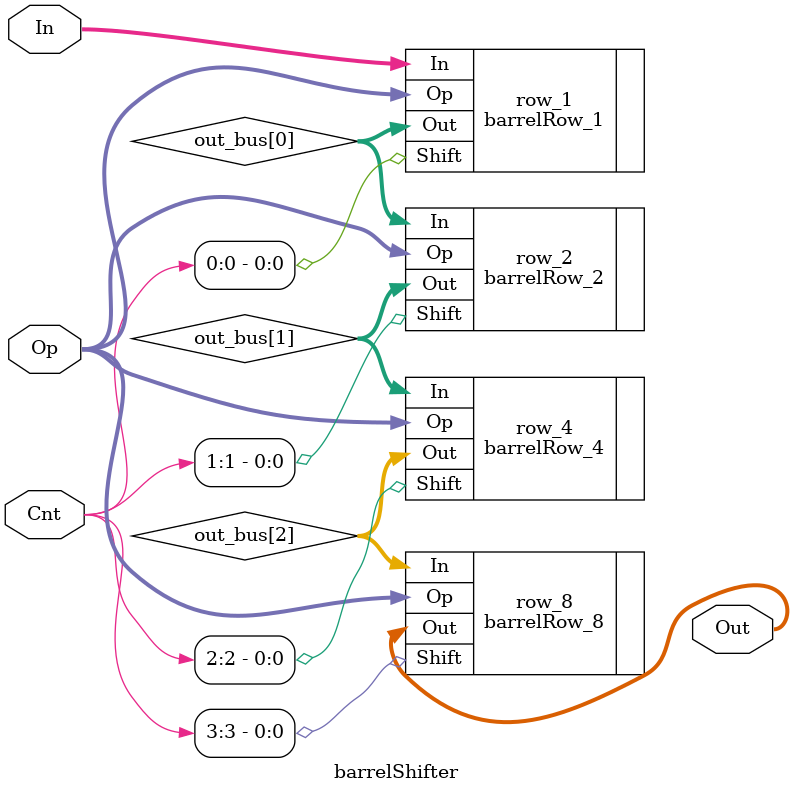
<source format=v>
/*
    CS/ECE 552 Spring '19
    Homework #4, Problem 1
    
    A barrel shifter module.  It is designed to shift a number via rotate
    left, shift left, shift right arithmetic, or shift right logical based
    on the Op() value that is passed in (2 bit number).  It uses these
    shifts to shift the value any number of bits between 0 and 15 bits.
 */
module barrelShifter (In, Cnt, Op, Out);

   // declare constant for size of inputs, outputs (N) and # bits to shift (C)
   parameter   N = 16;
   parameter   C = 4;
   parameter   O = 2;

   input [N-1:0]   In;
   input [C-1:0]   Cnt;
   input [O-1:0]   Op;
   output [N-1:0]  Out;

   /* YOUR CODE HERE */
   wire [N-1:0] out_bus [C-2:0];
   
   barrelRow_1 row_1(.In(In), .Shift(Cnt[0]), .Op(Op), .Out(out_bus[0]));
   barrelRow_2 row_2(.In(out_bus[0]), .Shift(Cnt[1]), .Op(Op), .Out(out_bus[1]));
   barrelRow_4 row_4(.In(out_bus[1]), .Shift(Cnt[2]), .Op(Op), .Out(out_bus[2]));
   barrelRow_8 row_8(.In(out_bus[2]), .Shift(Cnt[3]), .Op(Op), .Out(Out));         
   
endmodule

</source>
